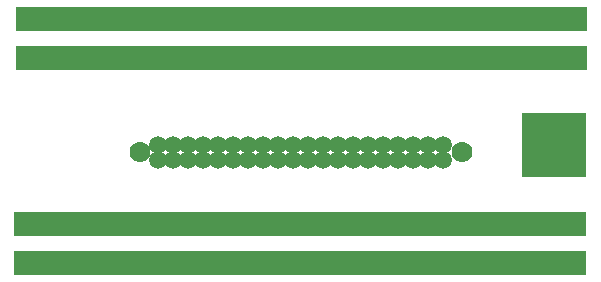
<source format=gts>
G04 (created by PCBNEW (2013-07-07 BZR 4022)-stable) date 04/02/2014 9:51:19 AM*
%MOIN*%
G04 Gerber Fmt 3.4, Leading zero omitted, Abs format*
%FSLAX34Y34*%
G01*
G70*
G90*
G04 APERTURE LIST*
%ADD10C,0.00590551*%
%ADD11C,0.07*%
%ADD12C,0.0594*%
%ADD13R,0.2129X0.2129*%
%ADD14R,0.1X0.08*%
G04 APERTURE END LIST*
G54D10*
G54D11*
X17575Y-47300D03*
X28325Y-47300D03*
G54D12*
X18700Y-47550D03*
X18200Y-47550D03*
X18200Y-47050D03*
X18700Y-47050D03*
X20200Y-47050D03*
X20700Y-47050D03*
X19700Y-47050D03*
X19200Y-47050D03*
X19200Y-47550D03*
X19700Y-47550D03*
X20700Y-47550D03*
X20200Y-47550D03*
X25700Y-47050D03*
X26200Y-47050D03*
X27200Y-47050D03*
X26700Y-47050D03*
X26700Y-47550D03*
X27200Y-47550D03*
X26200Y-47550D03*
X25700Y-47550D03*
X27700Y-47550D03*
X27700Y-47050D03*
X25200Y-47050D03*
X25200Y-47550D03*
X22200Y-47550D03*
X22700Y-47550D03*
X21700Y-47550D03*
X21200Y-47550D03*
X23200Y-47550D03*
X23700Y-47550D03*
X24700Y-47550D03*
X24200Y-47550D03*
X24200Y-47050D03*
X24700Y-47050D03*
X23700Y-47050D03*
X23200Y-47050D03*
X21200Y-47050D03*
X21700Y-47050D03*
X22700Y-47050D03*
X22200Y-47050D03*
G54D13*
X31400Y-47050D03*
G54D14*
X20600Y-44150D03*
X20600Y-42850D03*
X27250Y-44150D03*
X27250Y-42850D03*
X27200Y-49700D03*
X27200Y-51000D03*
X26300Y-44150D03*
X26300Y-42850D03*
X26250Y-49700D03*
X26250Y-51000D03*
X25350Y-44150D03*
X25350Y-42850D03*
X25300Y-49700D03*
X25300Y-51000D03*
X24400Y-44150D03*
X24400Y-42850D03*
X24350Y-49700D03*
X24350Y-51000D03*
X23450Y-44150D03*
X23450Y-42850D03*
X23400Y-49700D03*
X23400Y-51000D03*
X22500Y-44150D03*
X22500Y-42850D03*
X22450Y-49700D03*
X22450Y-51000D03*
X21550Y-44150D03*
X21550Y-42850D03*
X21500Y-49700D03*
X21500Y-51000D03*
X28150Y-49700D03*
X28150Y-51000D03*
X20550Y-49700D03*
X20550Y-51000D03*
X19650Y-44150D03*
X19650Y-42850D03*
X19600Y-49700D03*
X19600Y-51000D03*
X18700Y-44150D03*
X18700Y-42850D03*
X18650Y-49700D03*
X18650Y-51000D03*
X17750Y-44150D03*
X17750Y-42850D03*
X17700Y-49700D03*
X17700Y-51000D03*
X16800Y-44150D03*
X16800Y-42850D03*
X16750Y-49700D03*
X16750Y-51000D03*
X15850Y-44150D03*
X15850Y-42850D03*
X15800Y-49700D03*
X15800Y-51000D03*
X14900Y-44150D03*
X14900Y-42850D03*
X14850Y-49700D03*
X14850Y-51000D03*
X13950Y-44150D03*
X13950Y-42850D03*
X13900Y-49700D03*
X13900Y-51000D03*
X32000Y-44150D03*
X32000Y-42850D03*
X31950Y-49700D03*
X31950Y-51000D03*
X31050Y-44150D03*
X31050Y-42850D03*
X31000Y-49700D03*
X31000Y-51000D03*
X30100Y-44150D03*
X30100Y-42850D03*
X30050Y-49700D03*
X30050Y-51000D03*
X29150Y-44150D03*
X29150Y-42850D03*
X29100Y-49700D03*
X29100Y-51000D03*
X28200Y-44150D03*
X28200Y-42850D03*
M02*

</source>
